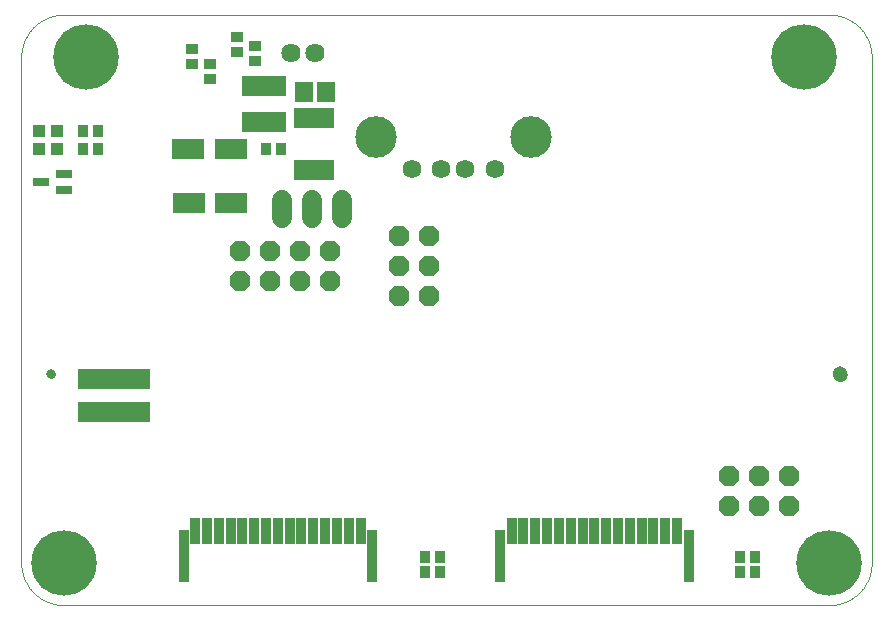
<source format=gts>
G75*
%MOIN*%
%OFA0B0*%
%FSLAX25Y25*%
%IPPOS*%
%LPD*%
%AMOC8*
5,1,8,0,0,1.08239X$1,22.5*
%
%ADD10C,0.00000*%
%ADD11C,0.05131*%
%ADD12C,0.03162*%
%ADD13R,0.03200X0.08700*%
%ADD14R,0.03600X0.17300*%
%ADD15R,0.13792X0.06902*%
%ADD16C,0.06800*%
%ADD17C,0.06400*%
%ADD18R,0.04343X0.03556*%
%ADD19R,0.03556X0.04343*%
%ADD20R,0.03950X0.03950*%
%ADD21R,0.11036X0.07099*%
%ADD22OC8,0.06800*%
%ADD23R,0.07887X0.07099*%
%ADD24R,0.05200X0.02600*%
%ADD25C,0.21800*%
%ADD26C,0.13855*%
%ADD27C,0.06233*%
%ADD28R,0.05918X0.06706*%
%ADD29R,0.14580X0.06706*%
D10*
X0015673Y0001500D02*
X0270791Y0001500D01*
X0271133Y0001504D01*
X0271476Y0001517D01*
X0271818Y0001537D01*
X0272159Y0001566D01*
X0272499Y0001603D01*
X0272839Y0001649D01*
X0273177Y0001702D01*
X0273514Y0001764D01*
X0273849Y0001834D01*
X0274183Y0001912D01*
X0274514Y0001998D01*
X0274844Y0002092D01*
X0275171Y0002194D01*
X0275495Y0002303D01*
X0275817Y0002421D01*
X0276136Y0002546D01*
X0276451Y0002679D01*
X0276764Y0002820D01*
X0277072Y0002968D01*
X0277378Y0003123D01*
X0277679Y0003286D01*
X0277976Y0003456D01*
X0278269Y0003633D01*
X0278558Y0003818D01*
X0278842Y0004009D01*
X0279122Y0004207D01*
X0279396Y0004411D01*
X0279666Y0004623D01*
X0279930Y0004840D01*
X0280189Y0005064D01*
X0280443Y0005295D01*
X0280691Y0005531D01*
X0280933Y0005773D01*
X0281169Y0006021D01*
X0281400Y0006275D01*
X0281624Y0006534D01*
X0281841Y0006798D01*
X0282053Y0007068D01*
X0282257Y0007342D01*
X0282455Y0007622D01*
X0282646Y0007906D01*
X0282831Y0008195D01*
X0283008Y0008488D01*
X0283178Y0008785D01*
X0283341Y0009086D01*
X0283496Y0009392D01*
X0283644Y0009700D01*
X0283785Y0010013D01*
X0283918Y0010328D01*
X0284043Y0010647D01*
X0284161Y0010969D01*
X0284270Y0011293D01*
X0284372Y0011620D01*
X0284466Y0011950D01*
X0284552Y0012281D01*
X0284630Y0012615D01*
X0284700Y0012950D01*
X0284762Y0013287D01*
X0284815Y0013625D01*
X0284861Y0013965D01*
X0284898Y0014305D01*
X0284927Y0014646D01*
X0284947Y0014988D01*
X0284960Y0015331D01*
X0284964Y0015673D01*
X0284965Y0015673D02*
X0284965Y0184177D01*
X0284964Y0184177D02*
X0284960Y0184519D01*
X0284947Y0184862D01*
X0284927Y0185204D01*
X0284898Y0185545D01*
X0284861Y0185885D01*
X0284815Y0186225D01*
X0284762Y0186563D01*
X0284700Y0186900D01*
X0284630Y0187235D01*
X0284552Y0187569D01*
X0284466Y0187900D01*
X0284372Y0188230D01*
X0284270Y0188557D01*
X0284161Y0188881D01*
X0284043Y0189203D01*
X0283918Y0189522D01*
X0283785Y0189837D01*
X0283644Y0190150D01*
X0283496Y0190458D01*
X0283341Y0190764D01*
X0283178Y0191065D01*
X0283008Y0191362D01*
X0282831Y0191655D01*
X0282646Y0191944D01*
X0282455Y0192228D01*
X0282257Y0192508D01*
X0282053Y0192782D01*
X0281841Y0193052D01*
X0281624Y0193316D01*
X0281400Y0193575D01*
X0281169Y0193829D01*
X0280933Y0194077D01*
X0280691Y0194319D01*
X0280443Y0194555D01*
X0280189Y0194786D01*
X0279930Y0195010D01*
X0279666Y0195227D01*
X0279396Y0195439D01*
X0279122Y0195643D01*
X0278842Y0195841D01*
X0278558Y0196032D01*
X0278269Y0196217D01*
X0277976Y0196394D01*
X0277679Y0196564D01*
X0277378Y0196727D01*
X0277072Y0196882D01*
X0276764Y0197030D01*
X0276451Y0197171D01*
X0276136Y0197304D01*
X0275817Y0197429D01*
X0275495Y0197547D01*
X0275171Y0197656D01*
X0274844Y0197758D01*
X0274514Y0197852D01*
X0274183Y0197938D01*
X0273849Y0198016D01*
X0273514Y0198086D01*
X0273177Y0198148D01*
X0272839Y0198201D01*
X0272499Y0198247D01*
X0272159Y0198284D01*
X0271818Y0198313D01*
X0271476Y0198333D01*
X0271133Y0198346D01*
X0270791Y0198350D01*
X0015673Y0198350D01*
X0015331Y0198346D01*
X0014988Y0198333D01*
X0014646Y0198313D01*
X0014305Y0198284D01*
X0013965Y0198247D01*
X0013625Y0198201D01*
X0013287Y0198148D01*
X0012950Y0198086D01*
X0012615Y0198016D01*
X0012281Y0197938D01*
X0011950Y0197852D01*
X0011620Y0197758D01*
X0011293Y0197656D01*
X0010969Y0197547D01*
X0010647Y0197429D01*
X0010328Y0197304D01*
X0010013Y0197171D01*
X0009700Y0197030D01*
X0009392Y0196882D01*
X0009086Y0196727D01*
X0008785Y0196564D01*
X0008488Y0196394D01*
X0008195Y0196217D01*
X0007906Y0196032D01*
X0007622Y0195841D01*
X0007342Y0195643D01*
X0007068Y0195439D01*
X0006798Y0195227D01*
X0006534Y0195010D01*
X0006275Y0194786D01*
X0006021Y0194555D01*
X0005773Y0194319D01*
X0005531Y0194077D01*
X0005295Y0193829D01*
X0005064Y0193575D01*
X0004840Y0193316D01*
X0004623Y0193052D01*
X0004411Y0192782D01*
X0004207Y0192508D01*
X0004009Y0192228D01*
X0003818Y0191944D01*
X0003633Y0191655D01*
X0003456Y0191362D01*
X0003286Y0191065D01*
X0003123Y0190764D01*
X0002968Y0190458D01*
X0002820Y0190150D01*
X0002679Y0189837D01*
X0002546Y0189522D01*
X0002421Y0189203D01*
X0002303Y0188881D01*
X0002194Y0188557D01*
X0002092Y0188230D01*
X0001998Y0187900D01*
X0001912Y0187569D01*
X0001834Y0187235D01*
X0001764Y0186900D01*
X0001702Y0186563D01*
X0001649Y0186225D01*
X0001603Y0185885D01*
X0001566Y0185545D01*
X0001537Y0185204D01*
X0001517Y0184862D01*
X0001504Y0184519D01*
X0001500Y0184177D01*
X0001500Y0015673D01*
X0001504Y0015331D01*
X0001517Y0014988D01*
X0001537Y0014646D01*
X0001566Y0014305D01*
X0001603Y0013965D01*
X0001649Y0013625D01*
X0001702Y0013287D01*
X0001764Y0012950D01*
X0001834Y0012615D01*
X0001912Y0012281D01*
X0001998Y0011950D01*
X0002092Y0011620D01*
X0002194Y0011293D01*
X0002303Y0010969D01*
X0002421Y0010647D01*
X0002546Y0010328D01*
X0002679Y0010013D01*
X0002820Y0009700D01*
X0002968Y0009392D01*
X0003123Y0009086D01*
X0003286Y0008785D01*
X0003456Y0008488D01*
X0003633Y0008195D01*
X0003818Y0007906D01*
X0004009Y0007622D01*
X0004207Y0007342D01*
X0004411Y0007068D01*
X0004623Y0006798D01*
X0004840Y0006534D01*
X0005064Y0006275D01*
X0005295Y0006021D01*
X0005531Y0005773D01*
X0005773Y0005531D01*
X0006021Y0005295D01*
X0006275Y0005064D01*
X0006534Y0004840D01*
X0006798Y0004623D01*
X0007068Y0004411D01*
X0007342Y0004207D01*
X0007622Y0004009D01*
X0007906Y0003818D01*
X0008195Y0003633D01*
X0008488Y0003456D01*
X0008785Y0003286D01*
X0009086Y0003123D01*
X0009392Y0002968D01*
X0009700Y0002820D01*
X0010013Y0002679D01*
X0010328Y0002546D01*
X0010647Y0002421D01*
X0010969Y0002303D01*
X0011293Y0002194D01*
X0011620Y0002092D01*
X0011950Y0001998D01*
X0012281Y0001912D01*
X0012615Y0001834D01*
X0012950Y0001764D01*
X0013287Y0001702D01*
X0013625Y0001649D01*
X0013965Y0001603D01*
X0014305Y0001566D01*
X0014646Y0001537D01*
X0014988Y0001517D01*
X0015331Y0001504D01*
X0015673Y0001500D01*
X0010260Y0078500D02*
X0010262Y0078569D01*
X0010268Y0078637D01*
X0010278Y0078705D01*
X0010292Y0078772D01*
X0010310Y0078839D01*
X0010331Y0078904D01*
X0010357Y0078968D01*
X0010386Y0079030D01*
X0010418Y0079090D01*
X0010454Y0079149D01*
X0010494Y0079205D01*
X0010536Y0079259D01*
X0010582Y0079310D01*
X0010631Y0079359D01*
X0010682Y0079405D01*
X0010736Y0079447D01*
X0010792Y0079487D01*
X0010850Y0079523D01*
X0010911Y0079555D01*
X0010973Y0079584D01*
X0011037Y0079610D01*
X0011102Y0079631D01*
X0011169Y0079649D01*
X0011236Y0079663D01*
X0011304Y0079673D01*
X0011372Y0079679D01*
X0011441Y0079681D01*
X0011510Y0079679D01*
X0011578Y0079673D01*
X0011646Y0079663D01*
X0011713Y0079649D01*
X0011780Y0079631D01*
X0011845Y0079610D01*
X0011909Y0079584D01*
X0011971Y0079555D01*
X0012031Y0079523D01*
X0012090Y0079487D01*
X0012146Y0079447D01*
X0012200Y0079405D01*
X0012251Y0079359D01*
X0012300Y0079310D01*
X0012346Y0079259D01*
X0012388Y0079205D01*
X0012428Y0079149D01*
X0012464Y0079090D01*
X0012496Y0079030D01*
X0012525Y0078968D01*
X0012551Y0078904D01*
X0012572Y0078839D01*
X0012590Y0078772D01*
X0012604Y0078705D01*
X0012614Y0078637D01*
X0012620Y0078569D01*
X0012622Y0078500D01*
X0012620Y0078431D01*
X0012614Y0078363D01*
X0012604Y0078295D01*
X0012590Y0078228D01*
X0012572Y0078161D01*
X0012551Y0078096D01*
X0012525Y0078032D01*
X0012496Y0077970D01*
X0012464Y0077909D01*
X0012428Y0077851D01*
X0012388Y0077795D01*
X0012346Y0077741D01*
X0012300Y0077690D01*
X0012251Y0077641D01*
X0012200Y0077595D01*
X0012146Y0077553D01*
X0012090Y0077513D01*
X0012032Y0077477D01*
X0011971Y0077445D01*
X0011909Y0077416D01*
X0011845Y0077390D01*
X0011780Y0077369D01*
X0011713Y0077351D01*
X0011646Y0077337D01*
X0011578Y0077327D01*
X0011510Y0077321D01*
X0011441Y0077319D01*
X0011372Y0077321D01*
X0011304Y0077327D01*
X0011236Y0077337D01*
X0011169Y0077351D01*
X0011102Y0077369D01*
X0011037Y0077390D01*
X0010973Y0077416D01*
X0010911Y0077445D01*
X0010850Y0077477D01*
X0010792Y0077513D01*
X0010736Y0077553D01*
X0010682Y0077595D01*
X0010631Y0077641D01*
X0010582Y0077690D01*
X0010536Y0077741D01*
X0010494Y0077795D01*
X0010454Y0077851D01*
X0010418Y0077909D01*
X0010386Y0077970D01*
X0010357Y0078032D01*
X0010331Y0078096D01*
X0010310Y0078161D01*
X0010292Y0078228D01*
X0010278Y0078295D01*
X0010268Y0078363D01*
X0010262Y0078431D01*
X0010260Y0078500D01*
X0272268Y0078500D02*
X0272270Y0078593D01*
X0272276Y0078685D01*
X0272286Y0078777D01*
X0272300Y0078868D01*
X0272317Y0078959D01*
X0272339Y0079049D01*
X0272364Y0079138D01*
X0272393Y0079226D01*
X0272426Y0079312D01*
X0272463Y0079397D01*
X0272503Y0079481D01*
X0272547Y0079562D01*
X0272594Y0079642D01*
X0272644Y0079720D01*
X0272698Y0079795D01*
X0272755Y0079868D01*
X0272815Y0079938D01*
X0272878Y0080006D01*
X0272944Y0080071D01*
X0273012Y0080133D01*
X0273083Y0080193D01*
X0273157Y0080249D01*
X0273233Y0080302D01*
X0273311Y0080351D01*
X0273391Y0080398D01*
X0273473Y0080440D01*
X0273557Y0080480D01*
X0273642Y0080515D01*
X0273729Y0080547D01*
X0273817Y0080576D01*
X0273906Y0080600D01*
X0273996Y0080621D01*
X0274087Y0080637D01*
X0274179Y0080650D01*
X0274271Y0080659D01*
X0274364Y0080664D01*
X0274456Y0080665D01*
X0274549Y0080662D01*
X0274641Y0080655D01*
X0274733Y0080644D01*
X0274824Y0080629D01*
X0274915Y0080611D01*
X0275005Y0080588D01*
X0275093Y0080562D01*
X0275181Y0080532D01*
X0275267Y0080498D01*
X0275351Y0080461D01*
X0275434Y0080419D01*
X0275515Y0080375D01*
X0275595Y0080327D01*
X0275672Y0080276D01*
X0275746Y0080221D01*
X0275819Y0080163D01*
X0275889Y0080103D01*
X0275956Y0080039D01*
X0276020Y0079973D01*
X0276082Y0079903D01*
X0276140Y0079832D01*
X0276195Y0079758D01*
X0276247Y0079681D01*
X0276296Y0079602D01*
X0276342Y0079522D01*
X0276384Y0079439D01*
X0276422Y0079355D01*
X0276457Y0079269D01*
X0276488Y0079182D01*
X0276515Y0079094D01*
X0276538Y0079004D01*
X0276558Y0078914D01*
X0276574Y0078823D01*
X0276586Y0078731D01*
X0276594Y0078639D01*
X0276598Y0078546D01*
X0276598Y0078454D01*
X0276594Y0078361D01*
X0276586Y0078269D01*
X0276574Y0078177D01*
X0276558Y0078086D01*
X0276538Y0077996D01*
X0276515Y0077906D01*
X0276488Y0077818D01*
X0276457Y0077731D01*
X0276422Y0077645D01*
X0276384Y0077561D01*
X0276342Y0077478D01*
X0276296Y0077398D01*
X0276247Y0077319D01*
X0276195Y0077242D01*
X0276140Y0077168D01*
X0276082Y0077097D01*
X0276020Y0077027D01*
X0275956Y0076961D01*
X0275889Y0076897D01*
X0275819Y0076837D01*
X0275746Y0076779D01*
X0275672Y0076724D01*
X0275595Y0076673D01*
X0275516Y0076625D01*
X0275434Y0076581D01*
X0275351Y0076539D01*
X0275267Y0076502D01*
X0275181Y0076468D01*
X0275093Y0076438D01*
X0275005Y0076412D01*
X0274915Y0076389D01*
X0274824Y0076371D01*
X0274733Y0076356D01*
X0274641Y0076345D01*
X0274549Y0076338D01*
X0274456Y0076335D01*
X0274364Y0076336D01*
X0274271Y0076341D01*
X0274179Y0076350D01*
X0274087Y0076363D01*
X0273996Y0076379D01*
X0273906Y0076400D01*
X0273817Y0076424D01*
X0273729Y0076453D01*
X0273642Y0076485D01*
X0273557Y0076520D01*
X0273473Y0076560D01*
X0273391Y0076602D01*
X0273311Y0076649D01*
X0273233Y0076698D01*
X0273157Y0076751D01*
X0273083Y0076807D01*
X0273012Y0076867D01*
X0272944Y0076929D01*
X0272878Y0076994D01*
X0272815Y0077062D01*
X0272755Y0077132D01*
X0272698Y0077205D01*
X0272644Y0077280D01*
X0272594Y0077358D01*
X0272547Y0077438D01*
X0272503Y0077519D01*
X0272463Y0077603D01*
X0272426Y0077688D01*
X0272393Y0077774D01*
X0272364Y0077862D01*
X0272339Y0077951D01*
X0272317Y0078041D01*
X0272300Y0078132D01*
X0272286Y0078223D01*
X0272276Y0078315D01*
X0272270Y0078407D01*
X0272268Y0078500D01*
D11*
X0274433Y0078500D03*
D12*
X0011441Y0078500D03*
D13*
X0059500Y0026200D03*
X0063400Y0026200D03*
X0067300Y0026200D03*
X0071300Y0026200D03*
X0075200Y0026200D03*
X0079200Y0026200D03*
X0083100Y0026200D03*
X0087000Y0026200D03*
X0091000Y0026200D03*
X0094900Y0026200D03*
X0098800Y0026200D03*
X0102800Y0026200D03*
X0106700Y0026200D03*
X0110700Y0026200D03*
X0114600Y0026200D03*
X0165000Y0026200D03*
X0168900Y0026200D03*
X0172800Y0026200D03*
X0176800Y0026200D03*
X0180700Y0026200D03*
X0184700Y0026200D03*
X0188600Y0026200D03*
X0192500Y0026200D03*
X0196500Y0026200D03*
X0200400Y0026200D03*
X0204300Y0026200D03*
X0208300Y0026200D03*
X0212200Y0026200D03*
X0216200Y0026200D03*
X0220100Y0026200D03*
D14*
X0224000Y0017800D03*
X0161100Y0017800D03*
X0118500Y0017800D03*
X0055600Y0017800D03*
D15*
X0099200Y0146598D03*
X0099200Y0163802D03*
D16*
X0098500Y0136500D02*
X0098500Y0130500D01*
X0108500Y0130500D02*
X0108500Y0136500D01*
X0088500Y0136500D02*
X0088500Y0130500D01*
D17*
X0091563Y0185500D03*
X0099437Y0185500D03*
D18*
X0079500Y0182941D03*
X0073500Y0185941D03*
X0073500Y0191059D03*
X0079500Y0188059D03*
X0064500Y0182059D03*
X0058500Y0181941D03*
X0058500Y0187059D03*
X0064500Y0176941D03*
D19*
X0082941Y0153500D03*
X0088059Y0153500D03*
X0027059Y0153500D03*
X0021941Y0153500D03*
X0021941Y0159500D03*
X0027059Y0159500D03*
X0135941Y0017500D03*
X0135941Y0012500D03*
X0141059Y0012500D03*
X0141059Y0017500D03*
X0240941Y0017500D03*
X0246059Y0017500D03*
X0246059Y0012500D03*
X0240941Y0012500D03*
D20*
X0013453Y0153500D03*
X0007547Y0153500D03*
X0007547Y0159500D03*
X0013453Y0159500D03*
D21*
X0057213Y0153500D03*
X0071387Y0153500D03*
X0071437Y0135500D03*
X0057263Y0135500D03*
D22*
X0074500Y0119500D03*
X0084500Y0119500D03*
X0094500Y0119500D03*
X0104500Y0119500D03*
X0104500Y0109500D03*
X0094500Y0109500D03*
X0084500Y0109500D03*
X0074500Y0109500D03*
X0127500Y0104500D03*
X0137500Y0104500D03*
X0137500Y0114500D03*
X0127500Y0114500D03*
X0127500Y0124500D03*
X0137500Y0124500D03*
X0237500Y0044500D03*
X0247500Y0044500D03*
X0257500Y0044500D03*
X0257500Y0034500D03*
X0247500Y0034500D03*
X0237500Y0034500D03*
D23*
X0040500Y0065988D03*
X0032500Y0065988D03*
X0024500Y0065988D03*
X0024500Y0077012D03*
X0032500Y0077012D03*
X0040500Y0077012D03*
D24*
X0015700Y0139950D03*
X0015700Y0145150D03*
X0008100Y0142550D03*
D25*
X0023154Y0184177D03*
X0262327Y0184177D03*
X0270791Y0015673D03*
X0015673Y0015673D03*
D26*
X0119634Y0157500D03*
X0171366Y0157500D03*
D27*
X0159280Y0146870D03*
X0149437Y0146870D03*
X0141563Y0146870D03*
X0131720Y0146870D03*
D28*
X0103240Y0172500D03*
X0095760Y0172500D03*
D29*
X0082500Y0174504D03*
X0082500Y0162496D03*
M02*

</source>
